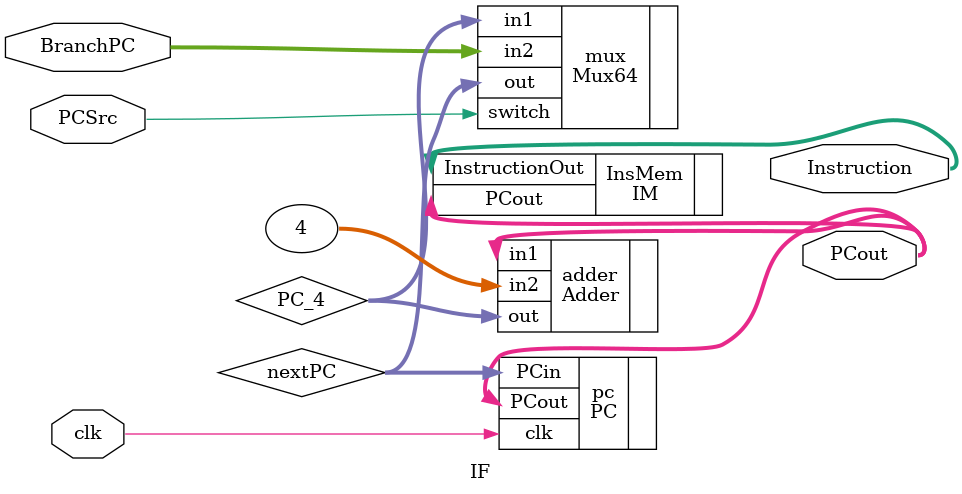
<source format=v>
`timescale 1ns / 1ps


module IF(clk, PCSrc, BranchPC, Instruction, PCout);
    input clk, PCSrc;
    input [63:0] BranchPC;
    output [31:0] Instruction;
    output [63:0] PCout;
    wire [63:0] nextPC, PCout, PC_4;
    
    PC pc(.clk(clk), .PCin(nextPC), .PCout(PCout));
    IM InsMem(.PCout(PCout), .InstructionOut(Instruction));
    Mux64 mux(.in1(PC_4), .in2(BranchPC), .switch(PCSrc), .out(nextPC));
    Adder adder(.in1(PCout), .in2(4), .out(PC_4));
    
endmodule

</source>
